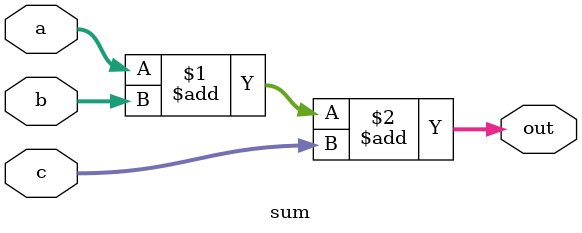
<source format=sv>
module sum(
  input wire [3:0] a,b,c,
  output wire [4:0] out
);
  
  assign out = a + b + c;

endmodule
</source>
